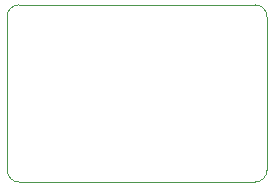
<source format=gbr>
%TF.GenerationSoftware,KiCad,Pcbnew,(6.0.7)*%
%TF.CreationDate,2023-06-23T09:46:04+02:00*%
%TF.ProjectId,switch_breakout,73776974-6368-45f6-9272-65616b6f7574,1.0*%
%TF.SameCoordinates,Original*%
%TF.FileFunction,Profile,NP*%
%FSLAX46Y46*%
G04 Gerber Fmt 4.6, Leading zero omitted, Abs format (unit mm)*
G04 Created by KiCad (PCBNEW (6.0.7)) date 2023-06-23 09:46:04*
%MOMM*%
%LPD*%
G01*
G04 APERTURE LIST*
%TA.AperFunction,Profile*%
%ADD10C,0.100000*%
%TD*%
G04 APERTURE END LIST*
D10*
X116000000Y-80000000D02*
G75*
G03*
X115000000Y-81000000I0J-1000000D01*
G01*
X137000000Y-81000000D02*
G75*
G03*
X136000000Y-80000000I-1000000J0D01*
G01*
X136000000Y-95000000D02*
G75*
G03*
X137000000Y-94000000I0J1000000D01*
G01*
X115000000Y-94000000D02*
G75*
G03*
X116000000Y-95000000I1000000J0D01*
G01*
X116000000Y-80000000D02*
X136000000Y-80000000D01*
X115000000Y-81000000D02*
X115000000Y-94000000D01*
X116000000Y-95000000D02*
X136000000Y-95000000D01*
X137000000Y-94000000D02*
X137000000Y-81000000D01*
M02*

</source>
